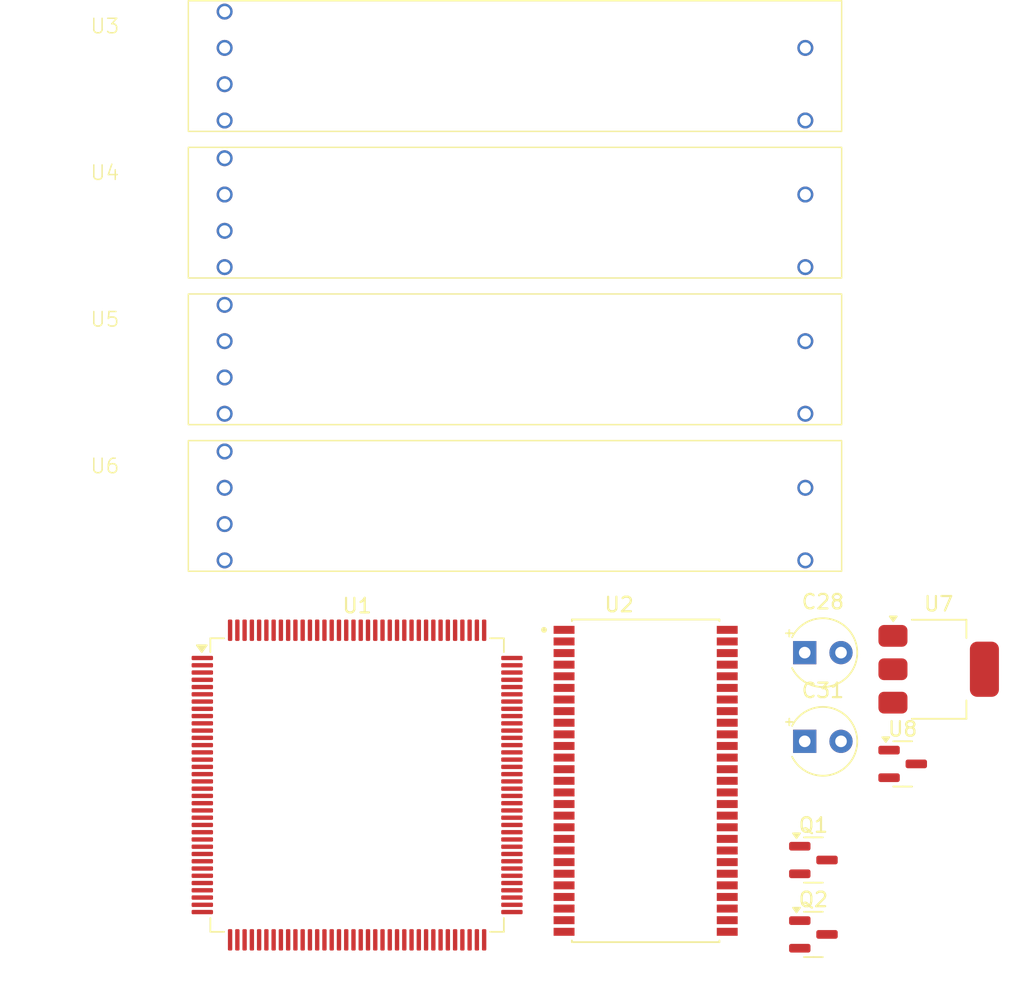
<source format=kicad_pcb>
(kicad_pcb (version 20240108) (generator "pcbnew") (generator_version "8.0")
  (layers (0 "F.Cu" signal) (31 "B.Cu" signal) (34 "B.Paste" user) (35 "F.Paste" user) (36 "B.SilkS" user "B.Silkscreen") (37 "F.SilkS" user "F.Silkscreen") (38 "B.Mask" user) (39 "F.Mask" user) (44 "Edge.Cuts" user))
  (net 0 "")
  (net 1 "GND")
  (net 2 "+12V")
  (net 3 "+3.3V")
  (net 4 "Net-(Q1-B)")
  (net 5 "/GATE1_IN")
  (net 6 "/GATE2_IN")
  (net 7 "Net-(Q2-B)")
  (net 9 "/CV2_IN")
  (net 11 "/FMC_D15")
  (net 12 "/FMC_D13")
  (net 13 "/FMC_D4")
  (net 18 "Net-(C6-Pad2)")
  (net 19 "/I2S1_CK")
  (net 25 "/FADER1_IN")
  (net 26 "/FADER2_IN")
  (net 28 "/FMC_D8")
  (net 30 "/FADER4_IN")
  (net 31 "/I2S1_SDO")
  (net 32 "/I2C1_SCL")
  (net 34 "/FMC_NBL0")
  (net 35 "/FMC_D1")
  (net 36 "/FMC_A7")
  (net 37 "/FMC_SDNE0")
  (net 38 "Net-(U1-PH0)")
  (net 39 "/NRST")
  (net 41 "/FMC_D12")
  (net 42 "/FMC_A4")
  (net 43 "/FMC_D14")
  (net 44 "/FMC_BA1")
  (net 45 "/I2S1_MCK")
  (net 46 "/FADER3_IN")
  (net 47 "/BUTTON1_IN")
  (net 48 "/FAD_LED2_OUT")
  (net 49 "/FMC_A3")
  (net 50 "/UART4_TX")
  (net 52 "/BUTTON2_IN")
  (net 53 "/FMC_SDNRAS")
  (net 54 "/FMC_SDCKE0")
  (net 56 "/FMC_A11")
  (net 60 "/FMC_BA0")
  (net 62 "/FMC_D11")
  (net 63 "/I2S1_SDI")
  (net 65 "/FMC_D6")
  (net 66 "Net-(U1-BOOT0)")
  (net 68 "+3.3VA")
  (net 70 "Net-(C4-Pad2)")
  (net 72 "/FAD_LED3_OUT")
  (net 74 "/FMC_A5")
  (net 75 "/FMC_A9")
  (net 76 "/FMC_A0")
  (net 77 "/CV1_IN")
  (net 78 "/FMC_NBL1")
  (net 79 "/SWDIO")
  (net 80 "/UART4_RX")
  (net 84 "/FMC_D9")
  (net 85 "/FMC_A1")
  (net 88 "/FAD_LED4_OUT")
  (net 92 "/FMC_D2")
  (net 93 "/V_OCT_IN")
  (net 94 "/FMC_SDCLK")
  (net 95 "/I2S1_WS")
  (net 97 "/FMC_SDNCAS")
  (net 100 "/FMC_D0")
  (net 102 "/FMC_SDNWE")
  (net 105 "/FAD_LED1_OUT")
  (net 106 "/FMC_A10")
  (net 109 "/SWCLK")
  (net 112 "/FMC_D10")
  (net 115 "/I2C1_SDA")
  (net 117 "Net-(U1-PH1)")
  (net 118 "/FMC_A6")
  (net 120 "/FMC_A2")
  (net 121 "/FMC_D7")
  (net 122 "/FMC_D3")
  (net 123 "/FMC_D5")
  (net 124 "/FMC_A8")
  (net 129 "Net-(U3B-A)")
  (net 130 "+3V3")
  (net 132 "Net-(U4B-A)")
  (net 134 "Net-(U5B-A)")
  (net 136 "Net-(U6B-A)")
  (net 138 "AREF-10")
  (footprint "Eurorack:SOP80P1176X120-54N" (layer "F.Cu") (at 154.0075 114.42)
    (property "Reference" "U2" (at -1.825 -12.135 0) (layer "F.SilkS"))
    (property "Value" "IS45S16800F-7TLA2")
    (fp_line (start -5.08 -11.11) (end 5.08 -11.11) (stroke (width 0.127)) (layer "F.SilkS"))
    (fp_line (start -5.08 -11) (end -5.08 -11.11) (stroke (width 0.127)) (layer "F.SilkS"))
    (fp_line (start -5.08 11) (end -5.08 11.11) (stroke (width 0.127)) (layer "F.SilkS"))
    (fp_line (start 5.08 -11) (end 5.08 -11.11) (stroke (width 0.127)) (layer "F.SilkS"))
    (fp_line (start 5.08 11) (end 5.08 11.11) (stroke (width 0.127)) (layer "F.SilkS"))
    (fp_line (start 5.08 11.11) (end -5.08 11.11) (stroke (width 0.127)) (layer "F.SilkS"))
    (fp_circle (center -7 -10.4) (end -6.9 -10.4) (stroke (width 0.2)) (fill none) (layer "F.SilkS"))
    (pad "1" smd rect (at -5.62 -10.4) (size 1.44 0.55) (layers "F.Cu" "F.Paste" "F.Mask") (net 3 "+3.3V"))
    (pad "2" smd rect (at -5.62 -9.6) (size 1.44 0.55) (layers "F.Cu" "F.Paste" "F.Mask") (net 100 "/FMC_D0"))
    (pad "3" smd rect (at -5.62 -8.8) (size 1.44 0.55) (layers "F.Cu" "F.Paste" "F.Mask") (net 3 "+3.3V"))
    (pad "4" smd rect (at -5.62 -8) (size 1.44 0.55) (layers "F.Cu" "F.Paste" "F.Mask") (net 35 "/FMC_D1"))
    (pad "5" smd rect (at -5.62 -7.2) (size 1.44 0.55) (layers "F.Cu" "F.Paste" "F.Mask") (net 92 "/FMC_D2"))
    (pad "6" smd rect (at -5.62 -6.4) (size 1.44 0.55) (layers "F.Cu" "F.Paste" "F.Mask") (net 1 "GND"))
    (pad "7" smd rect (at -5.62 -5.6) (size 1.44 0.55) (layers "F.Cu" "F.Paste" "F.Mask") (net 122 "/FMC_D3"))
    (pad "8" smd rect (at -5.62 -4.8) (size 1.44 0.55) (layers "F.Cu" "F.Paste" "F.Mask") (net 13 "/FMC_D4"))
    (pad "9" smd rect (at -5.62 -4) (size 1.44 0.55) (layers "F.Cu" "F.Paste" "F.Mask") (net 3 "+3.3V"))
    (pad "10" smd rect (at -5.62 -3.2) (size 1.44 0.55) (layers "F.Cu" "F.Paste" "F.Mask") (net 123 "/FMC_D5"))
    (pad "11" smd rect (at -5.62 -2.4) (size 1.44 0.55) (layers "F.Cu" "F.Paste" "F.Mask") (net 65 "/FMC_D6"))
    (pad "12" smd rect (at -5.62 -1.6) (size 1.44 0.55) (layers "F.Cu" "F.Paste" "F.Mask") (net 1 "GND"))
    (pad "13" smd rect (at -5.62 -0.8) (size 1.44 0.55) (layers "F.Cu" "F.Paste" "F.Mask") (net 121 "/FMC_D7"))
    (pad "14" smd rect (at -5.62 0) (size 1.44 0.55) (layers "F.Cu" "F.Paste" "F.Mask") (net 3 "+3.3V"))
    (pad "15" smd rect (at -5.62 0.8) (size 1.44 0.55) (layers "F.Cu" "F.Paste" "F.Mask") (net 34 "/FMC_NBL0"))
    (pad "16" smd rect (at -5.62 1.6) (size 1.44 0.55) (layers "F.Cu" "F.Paste" "F.Mask") (net 102 "/FMC_SDNWE"))
    (pad "17" smd rect (at -5.62 2.4) (size 1.44 0.55) (layers "F.Cu" "F.Paste" "F.Mask") (net 97 "/FMC_SDNCAS"))
    (pad "18" smd rect (at -5.62 3.2) (size 1.44 0.55) (layers "F.Cu" "F.Paste" "F.Mask") (net 53 "/FMC_SDNRAS"))
    (pad "19" smd rect (at -5.62 4) (size 1.44 0.55) (layers "F.Cu" "F.Paste" "F.Mask") (net 37 "/FMC_SDNE0"))
    (pad "20" smd rect (at -5.62 4.8) (size 1.44 0.55) (layers "F.Cu" "F.Paste" "F.Mask") (net 60 "/FMC_BA0"))
    (pad "21" smd rect (at -5.62 5.6) (size 1.44 0.55) (layers "F.Cu" "F.Paste" "F.Mask") (net 44 "/FMC_BA1"))
    (pad "22" smd rect (at -5.62 6.4) (size 1.44 0.55) (layers "F.Cu" "F.Paste" "F.Mask") (net 106 "/FMC_A10"))
    (pad "23" smd rect (at -5.62 7.2) (size 1.44 0.55) (layers "F.Cu" "F.Paste" "F.Mask") (net 76 "/FMC_A0"))
    (pad "24" smd rect (at -5.62 8) (size 1.44 0.55) (layers "F.Cu" "F.Paste" "F.Mask") (net 85 "/FMC_A1"))
    (pad "25" smd rect (at -5.62 8.8) (size 1.44 0.55) (layers "F.Cu" "F.Paste" "F.Mask") (net 120 "/FMC_A2"))
    (pad "26" smd rect (at -5.62 9.6) (size 1.44 0.55) (layers "F.Cu" "F.Paste" "F.Mask") (net 49 "/FMC_A3"))
    (pad "27" smd rect (at -5.62 10.4) (size 1.44 0.55) (layers "F.Cu" "F.Paste" "F.Mask") (net 3 "+3.3V"))
    (pad "28" smd rect (at 5.62 10.4) (size 1.44 0.55) (layers "F.Cu" "F.Paste" "F.Mask") (net 1 "GND"))
    (pad "29" smd rect (at 5.62 9.6) (size 1.44 0.55) (layers "F.Cu" "F.Paste" "F.Mask") (net 42 "/FMC_A4"))
    (pad "30" smd rect (at 5.62 8.8) (size 1.44 0.55) (layers "F.Cu" "F.Paste" "F.Mask") (net 74 "/FMC_A5"))
    (pad "31" smd rect (at 5.62 8) (size 1.44 0.55) (layers "F.Cu" "F.Paste" "F.Mask") (net 118 "/FMC_A6"))
    (pad "32" smd rect (at 5.62 7.2) (size 1.44 0.55) (layers "F.Cu" "F.Paste" "F.Mask") (net 36 "/FMC_A7"))
    (pad "33" smd rect (at 5.62 6.4) (size 1.44 0.55) (layers "F.Cu" "F.Paste" "F.Mask") (net 124 "/FMC_A8"))
    (pad "34" smd rect (at 5.62 5.6) (size 1.44 0.55) (layers "F.Cu" "F.Paste" "F.Mask") (net 75 "/FMC_A9"))
    (pad "35" smd rect (at 5.62 4.8) (size 1.44 0.55) (layers "F.Cu" "F.Paste" "F.Mask") (net 56 "/FMC_A11"))
    (pad "36" smd rect (at 5.62 4) (size 1.44 0.55) (layers "F.Cu" "F.Paste" "F.Mask"))
    (pad "37" smd rect (at 5.62 3.2) (size 1.44 0.55) (layers "F.Cu" "F.Paste" "F.Mask") (net 54 "/FMC_SDCKE0"))
    (pad "38" smd rect (at 5.62 2.4) (size 1.44 0.55) (layers "F.Cu" "F.Paste" "F.Mask") (net 94 "/FMC_SDCLK"))
    (pad "39" smd rect (at 5.62 1.6) (size 1.44 0.55) (layers "F.Cu" "F.Paste" "F.Mask") (net 78 "/FMC_NBL1"))
    (pad "40" smd rect (at 5.62 0.8) (size 1.44 0.55) (layers "F.Cu" "F.Paste" "F.Mask"))
    (pad "41" smd rect (at 5.62 0) (size 1.44 0.55) (layers "F.Cu" "F.Paste" "F.Mask") (net 1 "GND"))
    (pad "42" smd rect (at 5.62 -0.8) (size 1.44 0.55) (layers "F.Cu" "F.Paste" "F.Mask") (net 28 "/FMC_D8"))
    (pad "43" smd rect (at 5.62 -1.6) (size 1.44 0.55) (layers "F.Cu" "F.Paste" "F.Mask") (net 1 "GND"))
    (pad "44" smd rect (at 5.62 -2.4) (size 1.44 0.55) (layers "F.Cu" "F.Paste" "F.Mask") (net 84 "/FMC_D9"))
    (pad "45" smd rect (at 5.62 -3.2) (size 1.44 0.55) (layers "F.Cu" "F.Paste" "F.Mask") (net 112 "/FMC_D10"))
    (pad "46" smd rect (at 5.62 -4) (size 1.44 0.55) (layers "F.Cu" "F.Paste" "F.Mask") (net 1 "GND"))
    (pad "47" smd rect (at 5.62 -4.8) (size 1.44 0.55) (layers "F.Cu" "F.Paste" "F.Mask") (net 62 "/FMC_D11"))
    (pad "48" smd rect (at 5.62 -5.6) (size 1.44 0.55) (layers "F.Cu" "F.Paste" "F.Mask") (net 41 "/FMC_D12"))
    (pad "49" smd rect (at 5.62 -6.4) (size 1.44 0.55) (layers "F.Cu" "F.Paste" "F.Mask") (net 3 "+3.3V"))
    (pad "50" smd rect (at 5.62 -7.2) (size 1.44 0.55) (layers "F.Cu" "F.Paste" "F.Mask") (net 12 "/FMC_D13"))
    (pad "51" smd rect (at 5.62 -8) (size 1.44 0.55) (layers "F.Cu" "F.Paste" "F.Mask") (net 43 "/FMC_D14"))
    (pad "52" smd rect (at 5.62 -8.8) (size 1.44 0.55) (layers "F.Cu" "F.Paste" "F.Mask") (net 1 "GND"))
    (pad "53" smd rect (at 5.62 -9.6) (size 1.44 0.55) (layers "F.Cu" "F.Paste" "F.Mask") (net 11 "/FMC_D15"))
    (pad "54" smd rect (at 5.62 -10.4) (size 1.44 0.55) (layers "F.Cu" "F.Paste" "F.Mask") (net 1 "GND"))
  )
  (footprint "Capacitor_THT:CP_Radial_Tantal_D4.5mm_P2.50mm" (layer "F.Cu") (at 164.964788 111.7)
    (property "Reference" "C31" (at 1.25 -3.5 0) (layer "F.SilkS"))
    (property "Value" "10u")
    (fp_line (start -1.287288 -1.335) (end -0.837288 -1.335) (stroke (width 0.12)) (layer "F.SilkS"))
    (fp_line (start -1.062288 -1.56) (end -1.062288 -1.11) (stroke (width 0.12)) (layer "F.SilkS"))
    (fp_arc (start -0.869741 -1.06) (mid 3.62 0) (end -0.869741 1.06) (stroke (width 0.12)) (layer "F.SilkS"))
    (pad "1" thru_hole rect (at 0 0) (size 1.6 1.6) (drill 0.8) (layers "*.Cu" "*.Mask") (net 3 "+3.3V"))
    (pad "2" thru_hole circle (at 2.5 0) (size 1.6 1.6) (drill 0.8) (layers "*.Cu" "*.Mask") (net 1 "GND"))
  )
  (footprint "Bourns Fader:PTL30-15R1-103B2" (layer "F.Cu") (at 125.0075 75.285)
    (property "Reference" "U4" (at -8.25 -2.75 0) (layer "F.SilkS") (effects (font (thickness 0.1))))
    (property "Value" "10k")
    (fp_rect (start -2.5 -4.5) (end 42.5 4.5) (stroke (width 0.1)) (fill none) (layer "F.SilkS"))
    (pad "1" thru_hole circle (at 0 -1.25) (size 1.1 1.1) (drill 0.762) (layers "*.Cu" "*.Mask") (net 130 "+3V3"))
    (pad "2" thru_hole circle (at 0 -3.75) (size 1.1 1.1) (drill 0.762) (layers "*.Cu" "*.Mask") (net 26 "/FADER2_IN"))
    (pad "3" thru_hole circle (at 40 -1.25) (size 1.1 1.1) (drill 0.762) (layers "*.Cu" "*.Mask") (net 1 "GND"))
    (pad "4" thru_hole circle (at 0 1.25) (size 1.1 1.1) (drill 0.762) (layers "*.Cu" "*.Mask") (net 132 "Net-(U4B-A)"))
    (pad "5" thru_hole circle (at 0 3.75) (size 1.1 1.1) (drill 0.762) (layers "*.Cu" "*.Mask") (net 1 "GND"))
    (pad "6" thru_hole circle (at 40 3.75) (size 1.1 1.1) (drill 0.762) (layers "*.Cu" "*.Mask"))
  )
  (footprint "Package_TO_SOT_SMD:SOT-223-3_TabPin2" (layer "F.Cu") (at 174.1925 106.735)
    (property "Reference" "U7" (at 0 -4.5 0) (layer "F.SilkS"))
    (property "Value" "LM1117MP-3.3")
    (fp_line (start -1.85 -3.41) (end 1.91 -3.41) (stroke (width 0.12)) (layer "F.SilkS"))
    (fp_line (start -1.85 3.41) (end 1.91 3.41) (stroke (width 0.12)) (layer "F.SilkS"))
    (fp_line (start 1.91 -3.41) (end 1.91 -2.15) (stroke (width 0.12)) (layer "F.SilkS"))
    (fp_line (start 1.91 3.41) (end 1.91 2.15) (stroke (width 0.12)) (layer "F.SilkS"))
    (fp_poly (pts (xy -3.13 -3.31) (xy -3.37 -3.64) (xy -2.89 -3.64) (xy -3.13 -3.31)) (stroke (width 0.12)) (fill solid) (layer "F.SilkS"))
    (pad "1" smd roundrect (at -3.15 -2.3) (size 2 1.5) (layers "F.Cu" "F.Paste" "F.Mask") (net 1 "GND"))
    (pad "2" smd roundrect (at -3.15 0) (size 2 1.5) (layers "F.Cu" "F.Paste" "F.Mask") (net 3 "+3.3V"))
    (pad "2" smd roundrect (at 3.15 0) (size 2 3.8) (layers "F.Cu" "F.Paste" "F.Mask") (net 3 "+3.3V"))
    (pad "3" smd roundrect (at -3.15 2.3) (size 2 1.5) (layers "F.Cu" "F.Paste" "F.Mask") (net 2 "+12V"))
  )
  (footprint "Bourns Fader:PTL30-15R1-103B2" (layer "F.Cu") (at 125.0075 95.485)
    (property "Reference" "U6" (at -8.25 -2.75 0) (layer "F.SilkS") (effects (font (thickness 0.1))))
    (property "Value" "10k")
    (fp_rect (start -2.5 -4.5) (end 42.5 4.5) (stroke (width 0.1)) (fill none) (layer "F.SilkS"))
    (pad "1" thru_hole circle (at 0 -1.25) (size 1.1 1.1) (drill 0.762) (layers "*.Cu" "*.Mask") (net 130 "+3V3"))
    (pad "2" thru_hole circle (at 0 -3.75) (size 1.1 1.1) (drill 0.762) (layers "*.Cu" "*.Mask") (net 30 "/FADER4_IN"))
    (pad "3" thru_hole circle (at 40 -1.25) (size 1.1 1.1) (drill 0.762) (layers "*.Cu" "*.Mask") (net 1 "GND"))
    (pad "4" thru_hole circle (at 0 1.25) (size 1.1 1.1) (drill 0.762) (layers "*.Cu" "*.Mask") (net 136 "Net-(U6B-A)"))
    (pad "5" thru_hole circle (at 0 3.75) (size 1.1 1.1) (drill 0.762) (layers "*.Cu" "*.Mask") (net 1 "GND"))
    (pad "6" thru_hole circle (at 40 3.75) (size 1.1 1.1) (drill 0.762) (layers "*.Cu" "*.Mask"))
  )
  (footprint "Bourns Fader:PTL30-15R1-103B2" (layer "F.Cu") (at 125.0075 85.385)
    (property "Reference" "U5" (at -8.25 -2.75 0) (layer "F.SilkS") (effects (font (thickness 0.1))))
    (property "Value" "10k")
    (fp_rect (start -2.5 -4.5) (end 42.5 4.5) (stroke (width 0.1)) (fill none) (layer "F.SilkS"))
    (pad "1" thru_hole circle (at 0 -1.25) (size 1.1 1.1) (drill 0.762) (layers "*.Cu" "*.Mask") (net 130 "+3V3"))
    (pad "2" thru_hole circle (at 0 -3.75) (size 1.1 1.1) (drill 0.762) (layers "*.Cu" "*.Mask") (net 46 "/FADER3_IN"))
    (pad "3" thru_hole circle (at 40 -1.25) (size 1.1 1.1) (drill 0.762) (layers "*.Cu" "*.Mask") (net 1 "GND"))
    (pad "4" thru_hole circle (at 0 1.25) (size 1.1 1.1) (drill 0.762) (layers "*.Cu" "*.Mask") (net 134 "Net-(U5B-A)"))
    (pad "5" thru_hole circle (at 0 3.75) (size 1.1 1.1) (drill 0.762) (layers "*.Cu" "*.Mask") (net 1 "GND"))
    (pad "6" thru_hole circle (at 40 3.75) (size 1.1 1.1) (drill 0.762) (layers "*.Cu" "*.Mask"))
  )
  (footprint "Package_TO_SOT_SMD:SOT-23" (layer "F.Cu") (at 165.5625 125)
    (property "Reference" "Q2" (at 0 -2.4 0) (layer "F.SilkS"))
    (property "Value" "MMBT3904")
    (fp_line (start 0 -1.56) (end -0.65 -1.56) (stroke (width 0.12)) (layer "F.SilkS"))
    (fp_line (start 0 -1.56) (end 0.65 -1.56) (stroke (width 0.12)) (layer "F.SilkS"))
    (fp_line (start 0 1.56) (end -0.65 1.56) (stroke (width 0.12)) (layer "F.SilkS"))
    (fp_line (start 0 1.56) (end 0.65 1.56) (stroke (width 0.12)) (layer "F.SilkS"))
    (fp_poly (pts (xy -1.1625 -1.51) (xy -1.4025 -1.84) (xy -0.9225 -1.84) (xy -1.1625 -1.51)) (stroke (width 0.12)) (fill solid) (layer "F.SilkS"))
    (pad "1" smd roundrect (at -0.9375 -0.95) (size 1.475 0.6) (layers "F.Cu" "F.Paste" "F.Mask") (net 7 "Net-(Q2-B)"))
    (pad "2" smd roundrect (at -0.9375 0.95) (size 1.475 0.6) (layers "F.Cu" "F.Paste" "F.Mask") (net 1 "GND"))
    (pad "3" smd roundrect (at 0.9375 0) (size 1.475 0.6) (layers "F.Cu" "F.Paste" "F.Mask") (net 6 "/GATE2_IN"))
  )
  (footprint "Capacitor_THT:CP_Radial_Tantal_D4.5mm_P2.50mm" (layer "F.Cu") (at 164.964788 105.59)
    (property "Reference" "C28" (at 1.25 -3.5 0) (layer "F.SilkS"))
    (property "Value" "10u")
    (fp_line (start -1.287288 -1.335) (end -0.837288 -1.335) (stroke (width 0.12)) (layer "F.SilkS"))
    (fp_line (start -1.062288 -1.56) (end -1.062288 -1.11) (stroke (width 0.12)) (layer "F.SilkS"))
    (fp_arc (start -0.869741 -1.06) (mid 3.62 0) (end -0.869741 1.06) (stroke (width 0.12)) (layer "F.SilkS"))
    (pad "1" thru_hole rect (at 0 0) (size 1.6 1.6) (drill 0.8) (layers "*.Cu" "*.Mask") (net 2 "+12V"))
    (pad "2" thru_hole circle (at 2.5 0) (size 1.6 1.6) (drill 0.8) (layers "*.Cu" "*.Mask") (net 1 "GND"))
  )
  (footprint "Package_QFP:LQFP-144_20x20mm_P0.5mm" (layer "F.Cu") (at 134.1325 114.71)
    (property "Reference" "U1" (at 0 -12.35 0) (layer "F.SilkS"))
    (property "Value" "STM32H7B0ZBTx")
    (fp_line (start -10.11 -10.11) (end -10.11 -9.16) (stroke (width 0.12)) (layer "F.SilkS"))
    (fp_line (start -10.11 10.11) (end -10.11 9.16) (stroke (width 0.12)) (layer "F.SilkS"))
    (fp_line (start -9.16 -10.11) (end -10.11 -10.11) (stroke (width 0.12)) (layer "F.SilkS"))
    (fp_line (start -9.16 10.11) (end -10.11 10.11) (stroke (width 0.12)) (layer "F.SilkS"))
    (fp_line (start 9.16 -10.11) (end 10.11 -10.11) (stroke (width 0.12)) (layer "F.SilkS"))
    (fp_line (start 9.16 10.11) (end 10.11 10.11) (stroke (width 0.12)) (layer "F.SilkS"))
    (fp_line (start 10.11 -10.11) (end 10.11 -9.16) (stroke (width 0.12)) (layer "F.SilkS"))
    (fp_line (start 10.11 10.11) (end 10.11 9.16) (stroke (width 0.12)) (layer "F.SilkS"))
    (fp_poly (pts (xy -10.7 -9.16) (xy -11.04 -9.63) (xy -10.36 -9.63) (xy -10.7 -9.16)) (stroke (width 0.12)) (fill solid) (layer "F.SilkS"))
    (pad "1" smd roundrect (at -10.6625 -8.75) (size 1.475 0.3) (layers "F.Cu" "F.Paste" "F.Mask"))
    (pad "2" smd roundrect (at -10.6625 -8.25) (size 1.475 0.3) (layers "F.Cu" "F.Paste" "F.Mask"))
    (pad "3" smd roundrect (at -10.6625 -7.75) (size 1.475 0.3) (layers "F.Cu" "F.Paste" "F.Mask"))
    (pad "4" smd roundrect (at -10.6625 -7.25) (size 1.475 0.3) (layers "F.Cu" "F.Paste" "F.Mask"))
    (pad "5" smd roundrect (at -10.6625 -6.75) (size 1.475 0.3) (layers "F.Cu" "F.Paste" "F.Mask"))
    (pad "6" smd roundrect (at -10.6625 -6.25) (size 1.475 0.3) (layers "F.Cu" "F.Paste" "F.Mask") (net 3 "+3.3V"))
    (pad "7" smd roundrect (at -10.6625 -5.75) (size 1.475 0.3) (layers "F.Cu" "F.Paste" "F.Mask"))
    (pad "8" smd roundrect (at -10.6625 -5.25) (size 1.475 0.3) (layers "F.Cu" "F.Paste" "F.Mask"))
    (pad "9" smd roundrect (at -10.6625 -4.75) (size 1.475 0.3) (layers "F.Cu" "F.Paste" "F.Mask"))
    (pad "10" smd roundrect (at -10.6625 -4.25) (size 1.475 0.3) (layers "F.Cu" "F.Paste" "F.Mask") (net 76 "/FMC_A0"))
    (pad "11" smd roundrect (at -10.6625 -3.75) (size 1.475 0.3) (layers "F.Cu" "F.Paste" "F.Mask") (net 85 "/FMC_A1"))
    (pad "12" smd roundrect (at -10.6625 -3.25) (size 1.475 0.3) (layers "F.Cu" "F.Paste" "F.Mask") (net 120 "/FMC_A2"))
    (pad "13" smd roundrect (at -10.6625 -2.75) (size 1.475 0.3) (layers "F.Cu" "F.Paste" "F.Mask") (net 49 "/FMC_A3"))
    (pad "14" smd roundrect (at -10.6625 -2.25) (size 1.475 0.3) (layers "F.Cu" "F.Paste" "F.Mask") (net 42 "/FMC_A4"))
    (pad "15" smd roundrect (at -10.6625 -1.75) (size 1.475 0.3) (layers "F.Cu" "F.Paste" "F.Mask") (net 74 "/FMC_A5"))
    (pad "16" smd roundrect (at -10.6625 -1.25) (size 1.475 0.3) (layers "F.Cu" "F.Paste" "F.Mask") (net 1 "GND"))
    (pad "17" smd roundrect (at -10.6625 -0.75) (size 1.475 0.3) (layers "F.Cu" "F.Paste" "F.Mask") (net 3 "+3.3V"))
    (pad "18" smd roundrect (at -10.6625 -0.25) (size 1.475 0.3) (layers "F.Cu" "F.Paste" "F.Mask") (net 5 "/GATE1_IN"))
    (pad "19" smd roundrect (at -10.6625 0.25) (size 1.475 0.3) (layers "F.Cu" "F.Paste" "F.Mask") (net 6 "/GATE2_IN"))
    (pad "20" smd roundrect (at -10.6625 0.75) (size 1.475 0.3) (layers "F.Cu" "F.Paste" "F.Mask") (net 47 "/BUTTON1_IN"))
    (pad "21" smd roundrect (at -10.6625 1.25) (size 1.475 0.3) (layers "F.Cu" "F.Paste" "F.Mask") (net 52 "/BUTTON2_IN"))
    (pad "22" smd roundrect (at -10.6625 1.75) (size 1.475 0.3) (layers "F.Cu" "F.Paste" "F.Mask"))
    (pad "23" smd roundrect (at -10.6625 2.25) (size 1.475 0.3) (layers "F.Cu" "F.Paste" "F.Mask") (net 38 "Net-(U1-PH0)"))
    (pad "24" smd roundrect (at -10.6625 2.75) (size 1.475 0.3) (layers "F.Cu" "F.Paste" "F.Mask") (net 117 "Net-(U1-PH1)"))
    (pad "25" smd roundrect (at -10.6625 3.25) (size 1.475 0.3) (layers "F.Cu" "F.Paste" "F.Mask") (net 39 "/NRST"))
    (pad "26" smd roundrect (at -10.6625 3.75) (size 1.475 0.3) (layers "F.Cu" "F.Paste" "F.Mask") (net 102 "/FMC_SDNWE"))
    (pad "27" smd roundrect (at -10.6625 4.25) (size 1.475 0.3) (layers "F.Cu" "F.Paste" "F.Mask") (net 77 "/CV1_IN"))
    (pad "28" smd roundrect (at -10.6625 4.75) (size 1.475 0.3) (layers "F.Cu" "F.Paste" "F.Mask") (net 37 "/FMC_SDNE0"))
    (pad "29" smd roundrect (at -10.6625 5.25) (size 1.475 0.3) (layers "F.Cu" "F.Paste" "F.Mask") (net 54 "/FMC_SDCKE0"))
    (pad "30" smd roundrect (at -10.6625 5.75) (size 1.475 0.3) (layers "F.Cu" "F.Paste" "F.Mask") (net 3 "+3.3V"))
    (pad "31" smd roundrect (at -10.6625 6.25) (size 1.475 0.3) (layers "F.Cu" "F.Paste" "F.Mask") (net 1 "GND"))
    (pad "32" smd roundrect (at -10.6625 6.75) (size 1.475 0.3) (layers "F.Cu" "F.Paste" "F.Mask") (net 68 "+3.3VA"))
    (pad "33" smd roundrect (at -10.6625 7.25) (size 1.475 0.3) (layers "F.Cu" "F.Paste" "F.Mask") (net 68 "+3.3VA"))
    (pad "34" smd roundrect (at -10.6625 7.75) (size 1.475 0.3) (layers "F.Cu" "F.Paste" "F.Mask") (net 50 "/UART4_TX"))
    (pad "35" smd roundrect (at -10.6625 8.25) (size 1.475 0.3) (layers "F.Cu" "F.Paste" "F.Mask") (net 80 "/UART4_RX"))
    (pad "36" smd roundrect (at -10.6625 8.75) (size 1.475 0.3) (layers "F.Cu" "F.Paste" "F.Mask") (net 9 "/CV2_IN"))
    (pad "37" smd roundrect (at -8.75 10.6625) (size 0.3 1.475) (layers "F.Cu" "F.Paste" "F.Mask"))
    (pad "38" smd roundrect (at -8.25 10.6625) (size 0.3 1.475) (layers "F.Cu" "F.Paste" "F.Mask") (net 1 "GND"))
    (pad "39" smd roundrect (at -7.75 10.6625) (size 0.3 1.475) (layers "F.Cu" "F.Paste" "F.Mask") (net 3 "+3.3V"))
    (pad "40" smd roundrect (at -7.25 10.6625) (size 0.3 1.475) (layers "F.Cu" "F.Paste" "F.Mask") (net 95 "/I2S1_WS"))
    (pad "41" smd roundrect (at -6.75 10.6625) (size 0.3 1.475) (layers "F.Cu" "F.Paste" "F.Mask") (net 19 "/I2S1_CK"))
    (pad "42" smd roundrect (at -6.25 10.6625) (size 0.3 1.475) (layers "F.Cu" "F.Paste" "F.Mask") (net 25 "/FADER1_IN"))
    (pad "43" smd roundrect (at -5.75 10.6625) (size 0.3 1.475) (layers "F.Cu" "F.Paste" "F.Mask") (net 46 "/FADER3_IN"))
    (pad "44" smd roundrect (at -5.25 10.6625) (size 0.3 1.475) (layers "F.Cu" "F.Paste" "F.Mask") (net 45 "/I2S1_MCK"))
    (pad "45" smd roundrect (at -4.75 10.6625) (size 0.3 1.475) (layers "F.Cu" "F.Paste" "F.Mask") (net 30 "/FADER4_IN"))
    (pad "46" smd roundrect (at -4.25 10.6625) (size 0.3 1.475) (layers "F.Cu" "F.Paste" "F.Mask") (net 93 "/V_OCT_IN"))
    (pad "47" smd roundrect (at -3.75 10.6625) (size 0.3 1.475) (layers "F.Cu" "F.Paste" "F.Mask") (net 26 "/FADER2_IN"))
    (pad "48" smd roundrect (at -3.25 10.6625) (size 0.3 1.475) (layers "F.Cu" "F.Paste" "F.Mask"))
    (pad "49" smd roundrect (at -2.75 10.6625) (size 0.3 1.475) (layers "F.Cu" "F.Paste" "F.Mask") (net 53 "/FMC_SDNRAS"))
    (pad "50" smd roundrect (at -2.25 10.6625) (size 0.3 1.475) (layers "F.Cu" "F.Paste" "F.Mask") (net 118 "/FMC_A6"))
    (pad "51" smd roundrect (at -1.75 10.6625) (size 0.3 1.475) (layers "F.Cu" "F.Paste" "F.Mask") (net 1 "GND"))
    (pad "52" smd roundrect (at -1.25 10.6625) (size 0.3 1.475) (layers "F.Cu" "F.Paste" "F.Mask") (net 3 "+3.3V"))
    (pad "53" smd roundrect (at -0.75 10.6625) (size 0.3 1.475) (layers "F.Cu" "F.Paste" "F.Mask") (net 36 "/FMC_A7"))
    (pad "54" smd roundrect (at -0.25 10.6625) (size 0.3 1.475) (layers "F.Cu" "F.Paste" "F.Mask") (net 124 "/FMC_A8"))
    (pad "55" smd roundrect (at 0.25 10.6625) (size 0.3 1.475) (layers "F.Cu" "F.Paste" "F.Mask") (net 75 "/FMC_A9"))
    (pad "56" smd roundrect (at 0.75 10.6625) (size 0.3 1.475) (layers "F.Cu" "F.Paste" "F.Mask") (net 106 "/FMC_A10"))
    (pad "57" smd roundrect (at 1.25 10.6625) (size 0.3 1.475) (layers "F.Cu" "F.Paste" "F.Mask") (net 56 "/FMC_A11"))
    (pad "58" smd roundrect (at 1.75 10.6625) (size 0.3 1.475) (layers "F.Cu" "F.Paste" "F.Mask") (net 13 "/FMC_D4"))
    (pad "59" smd roundrect (at 2.25 10.6625) (size 0.3 1.475) (layers "F.Cu" "F.Paste" "F.Mask") (net 123 "/FMC_D5"))
    (pad "60" smd roundrect (at 2.75 10.6625) (size 0.3 1.475) (layers "F.Cu" "F.Paste" "F.Mask") (net 65 "/FMC_D6"))
    (pad "61" smd roundrect (at 3.25 10.6625) (size 0.3 1.475) (layers "F.Cu" "F.Paste" "F.Mask") (net 1 "GND"))
    (pad "62" smd roundrect (at 3.75 10.6625) (size 0.3 1.475) (layers "F.Cu" "F.Paste" "F.Mask") (net 3 "+3.3V"))
    (pad "63" smd roundrect (at 4.25 10.6625) (size 0.3 1.475) (layers "F.Cu" "F.Paste" "F.Mask") (net 121 "/FMC_D7"))
    (pad "64" smd roundrect (at 4.75 10.6625) (size 0.3 1.475) (layers "F.Cu" "F.Paste" "F.Mask") (net 28 "/FMC_D8"))
    (pad "65" smd roundrect (at 5.25 10.6625) (size 0.3 1.475) (layers "F.Cu" "F.Paste" "F.Mask") (net 84 "/FMC_D9"))
    (pad "66" smd roundrect (at 5.75 10.6625) (size 0.3 1.475) (layers "F.Cu" "F.Paste" "F.Mask") (net 112 "/FMC_D10"))
    (pad "67" smd roundrect (at 6.25 10.6625) (size 0.3 1.475) (layers "F.Cu" "F.Paste" "F.Mask") (net 62 "/FMC_D11"))
    (pad "68" smd roundrect (at 6.75 10.6625) (size 0.3 1.475) (layers "F.Cu" "F.Paste" "F.Mask") (net 41 "/FMC_D12"))
    (pad "69" smd roundrect (at 7.25 10.6625) (size 0.3 1.475) (layers "F.Cu" "F.Paste" "F.Mask"))
    (pad "70" smd roundrect (at 7.75 10.6625) (size 0.3 1.475) (layers "F.Cu" "F.Paste" "F.Mask"))
    (pad "71" smd roundrect (at 8.25 10.6625) (size 0.3 1.475) (layers "F.Cu" "F.Paste" "F.Mask") (net 70 "Net-(C4-Pad2)"))
    (pad "72" smd roundrect (at 8.75 10.6625) (size 0.3 1.475) (layers "F.Cu" "F.Paste" "F.Mask") (net 3 "+3.3V"))
    (pad "73" smd roundrect (at 10.6625 8.75) (size 1.475 0.3) (layers "F.Cu" "F.Paste" "F.Mask"))
    (pad "74" smd roundrect (at 10.6625 8.25) (size 1.475 0.3) (layers "F.Cu" "F.Paste" "F.Mask"))
    (pad "75" smd roundrect (at 10.6625 7.75) (size 1.475 0.3) (layers "F.Cu" "F.Paste" "F.Mask"))
    (pad "76" smd roundrect (at 10.6625 7.25) (size 1.475 0.3) (layers "F.Cu" "F.Paste" "F.Mask"))
    (pad "77" smd roundrect (at 10.6625 6.75) (size 1.475 0.3) (layers "F.Cu" "F.Paste" "F.Mask") (net 12 "/FMC_D13"))
    (pad "78" smd roundrect (at 10.6625 6.25) (size 1.475 0.3) (layers "F.Cu" "F.Paste" "F.Mask") (net 43 "/FMC_D14"))
    (pad "79" smd roundrect (at 10.6625 5.75) (size 1.475 0.3) (layers "F.Cu" "F.Paste" "F.Mask") (net 11 "/FMC_D15"))
    (pad "80" smd roundrect (at 10.6625 5.25) (size 1.475 0.3) (layers "F.Cu" "F.Paste" "F.Mask"))
    (pad "81" smd roundrect (at 10.6625 4.75) (size 1.475 0.3) (layers "F.Cu" "F.Paste" "F.Mask"))
    (pad "82" smd roundrect (at 10.6625 4.25) (size 1.475 0.3) (layers "F.Cu" "F.Paste" "F.Mask"))
    (pad "83" smd roundrect (at 10.6625 3.75) (size 1.475 0.3) (layers "F.Cu" "F.Paste" "F.Mask") (net 1 "GND"))
    (pad "84" smd roundrect (at 10.6625 3.25) (size 1.475 0.3) (layers "F.Cu" "F.Paste" "F.Mask") (net 3 "+3.3V"))
    (pad "85" smd roundrect (at 10.6625 2.75) (size 1.475 0.3) (layers "F.Cu" "F.Paste" "F.Mask") (net 100 "/FMC_D0"))
    (pad "86" smd roundrect (at 10.6625 2.25) (size 1.475 0.3) (layers "F.Cu" "F.Paste" "F.Mask") (net 35 "/FMC_D1"))
    (pad "87" smd roundrect (at 10.6625 1.75) (size 1.475 0.3) (layers "F.Cu" "F.Paste" "F.Mask"))
    (pad "88" smd roundrect (at 10.6625 1.25) (size 1.475 0.3) (layers "F.Cu" "F.Paste" "F.Mask"))
    (pad "89" smd roundrect (at 10.6625 0.75) (size 1.475 0.3) (layers "F.Cu" "F.Paste" "F.Mask") (net 60 "/FMC_BA0"))
    (pad "90" smd roundrect (at 10.6625 0.25) (size 1.475 0.3) (layers "F.Cu" "F.Paste" "F.Mask") (net 44 "/FMC_BA1"))
    (pad "91" smd roundrect (at 10.6625 -0.25) (size 1.475 0.3) (layers "F.Cu" "F.Paste" "F.Mask"))
    (pad "92" smd roundrect (at 10.6625 -0.75) (size 1.475 0.3) (layers "F.Cu" "F.Paste" "F.Mask"))
    (pad "93" smd roundrect (at 10.6625 -1.25) (size 1.475 0.3) (layers "F.Cu" "F.Paste" "F.Mask") (net 94 "/FMC_SDCLK"))
    (pad "94" smd roundrect (at 10.6625 -1.75) (size 1.475 0.3) (layers "F.Cu" "F.Paste" "F.Mask") (net 1 "GND"))
    (pad "95" smd roundrect (at 10.6625 -2.25) (size 1.475 0.3) (layers "F.Cu" "F.Paste" "F.Mask"))
    (pad "96" smd roundrect (at 10.6625 -2.75) (size 1.475 0.3) (layers "F.Cu" "F.Paste" "F.Mask") (net 105 "/FAD_LED1_OUT"))
    (pad "97" smd roundrect (at 10.6625 -3.25) (size 1.475 0.3) (layers "F.Cu" "F.Paste" "F.Mask") (net 48 "/FAD_LED2_OUT"))
    (pad "98" smd roundrect (at 10.6625 -3.75) (size 1.475 0.3) (layers "F.Cu" "F.Paste" "F.Mask") (net 72 "/FAD_LED3_OUT"))
    (pad "99" smd roundrect (at 10.6625 -4.25) (size 1.475 0.3) (layers "F.Cu" "F.Paste" "F.Mask") (net 88 "/FAD_LED4_OUT"))
    (pad "100" smd roundrect (at 10.6625 -4.75) (size 1.475 0.3) (layers "F.Cu" "F.Paste" "F.Mask"))
    (pad "101" smd roundrect (at 10.6625 -5.25) (size 1.475 0.3) (layers "F.Cu" "F.Paste" "F.Mask"))
    (pad "102" smd roundrect (at 10.6625 -5.75) (size 1.475 0.3) (layers "F.Cu" "F.Paste" "F.Mask"))
    (pad "103" smd roundrect (at 10.6625 -6.25) (size 1.475 0.3) (layers "F.Cu" "F.Paste" "F.Mask"))
    (pad "104" smd roundrect (at 10.6625 -6.75) (size 1.475 0.3) (layers "F.Cu" "F.Paste" "F.Mask"))
    (pad "105" smd roundrect (at 10.6625 -7.25) (size 1.475 0.3) (layers "F.Cu" "F.Paste" "F.Mask") (net 79 "/SWDIO"))
    (pad "106" smd roundrect (at 10.6625 -7.75) (size 1.475 0.3) (layers "F.Cu" "F.Paste" "F.Mask") (net 18 "Net-(C6-Pad2)"))
    (pad "107" smd roundrect (at 10.6625 -8.25) (size 1.475 0.3) (layers "F.Cu" "F.Paste" "F.Mask") (net 1 "GND"))
    (pad "108" smd roundrect (at 10.6625 -8.75) (size 1.475 0.3) (layers "F.Cu" "F.Paste" "F.Mask") (net 3 "+3.3V"))
    (pad "109" smd roundrect (at 8.75 -10.6625) (size 0.3 1.475) (layers "F.Cu" "F.Paste" "F.Mask") (net 109 "/SWCLK"))
    (pad "110" smd roundrect (at 8.25 -10.6625) (size 0.3 1.475) (layers "F.Cu" "F.Paste" "F.Mask"))
    (pad "111" smd roundrect (at 7.75 -10.6625) (size 0.3 1.475) (layers "F.Cu" "F.Paste" "F.Mask"))
    (pad "112" smd roundrect (at 7.25 -10.6625) (size 0.3 1.475) (layers "F.Cu" "F.Paste" "F.Mask"))
    (pad "113" smd roundrect (at 6.75 -10.6625) (size 0.3 1.475) (layers "F.Cu" "F.Paste" "F.Mask"))
    (pad "114" smd roundrect (at 6.25 -10.6625) (size 0.3 1.475) (layers "F.Cu" "F.Paste" "F.Mask") (net 92 "/FMC_D2"))
    (pad "115" smd roundrect (at 5.75 -10.6625) (size 0.3 1.475) (layers "F.Cu" "F.Paste" "F.Mask") (net 122 "/FMC_D3"))
    (pad "116" smd roundrect (at 5.25 -10.6625) (size 0.3 1.475) (layers "F.Cu" "F.Paste" "F.Mask"))
    (pad "117" smd roundrect (at 4.75 -10.6625) (size 0.3 1.475) (layers "F.Cu" "F.Paste" "F.Mask"))
    (pad "118" smd roundrect (at 4.25 -10.6625) (size 0.3 1.475) (layers "F.Cu" "F.Paste" "F.Mask"))
    (pad "119" smd roundrect (at 3.75 -10.6625) (size 0.3 1.475) (layers "F.Cu" "F.Paste" "F.Mask"))
    (pad "120" smd roundrect (at 3.25 -10.6625) (size 0.3 1.475) (layers "F.Cu" "F.Paste" "F.Mask") (net 1 "GND"))
    (pad "121" smd roundrect (at 2.75 -10.6625) (size 0.3 1.475) (layers "F.Cu" "F.Paste" "F.Mask") (net 3 "+3.3V"))
    (pad "122" smd roundrect (at 2.25 -10.6625) (size 0.3 1.475) (layers "F.Cu" "F.Paste" "F.Mask"))
    (pad "123" smd roundrect (at 1.75 -10.6625) (size 0.3 1.475) (layers "F.Cu" "F.Paste" "F.Mask") (net 31 "/I2S1_SDO"))
    (pad "124" smd roundrect (at 1.25 -10.6625) (size 0.3 1.475) (layers "F.Cu" "F.Paste" "F.Mask"))
    (pad "125" smd roundrect (at 0.75 -10.6625) (size 0.3 1.475) (layers "F.Cu" "F.Paste" "F.Mask"))
    (pad "126" smd roundrect (at 0.25 -10.6625) (size 0.3 1.475) (layers "F.Cu" "F.Paste" "F.Mask"))
    (pad "127" smd roundrect (at -0.25 -10.6625) (size 0.3 1.475) (layers "F.Cu" "F.Paste" "F.Mask"))
    (pad "128" smd roundrect (at -0.75 -10.6625) (size 0.3 1.475) (layers "F.Cu" "F.Paste" "F.Mask"))
    (pad "129" smd roundrect (at -1.25 -10.6625) (size 0.3 1.475) (layers "F.Cu" "F.Paste" "F.Mask"))
    (pad "130" smd roundrect (at -1.75 -10.6625) (size 0.3 1.475) (layers "F.Cu" "F.Paste" "F.Mask") (net 1 "GND"))
    (pad "131" smd roundrect (at -2.25 -10.6625) (size 0.3 1.475) (layers "F.Cu" "F.Paste" "F.Mask") (net 3 "+3.3V"))
    (pad "132" smd roundrect (at -2.75 -10.6625) (size 0.3 1.475) (layers "F.Cu" "F.Paste" "F.Mask") (net 97 "/FMC_SDNCAS"))
    (pad "133" smd roundrect (at -3.25 -10.6625) (size 0.3 1.475) (layers "F.Cu" "F.Paste" "F.Mask"))
    (pad "134" smd roundrect (at -3.75 -10.6625) (size 0.3 1.475) (layers "F.Cu" "F.Paste" "F.Mask") (net 63 "/I2S1_SDI"))
    (pad "135" smd roundrect (at -4.25 -10.6625) (size 0.3 1.475) (layers "F.Cu" "F.Paste" "F.Mask"))
    (pad "136" smd roundrect (at -4.75 -10.6625) (size 0.3 1.475) (layers "F.Cu" "F.Paste" "F.Mask") (net 32 "/I2C1_SCL"))
    (pad "137" smd roundrect (at -5.25 -10.6625) (size 0.3 1.475) (layers "F.Cu" "F.Paste" "F.Mask") (net 115 "/I2C1_SDA"))
    (pad "138" smd roundrect (at -5.75 -10.6625) (size 0.3 1.475) (layers "F.Cu" "F.Paste" "F.Mask") (net 66 "Net-(U1-BOOT0)"))
    (pad "139" smd roundrect (at -6.25 -10.6625) (size 0.3 1.475) (layers "F.Cu" "F.Paste" "F.Mask"))
    (pad "140" smd roundrect (at -6.75 -10.6625) (size 0.3 1.475) (layers "F.Cu" "F.Paste" "F.Mask"))
    (pad "141" smd roundrect (at -7.25 -10.6625) (size 0.3 1.475) (layers "F.Cu" "F.Paste" "F.Mask") (net 34 "/FMC_NBL0"))
    (pad "142" smd roundrect (at -7.75 -10.6625) (size 0.3 1.475) (layers "F.Cu" "F.Paste" "F.Mask") (net 78 "/FMC_NBL1"))
    (pad "143" smd roundrect (at -8.25 -10.6625) (size 0.3 1.475) (layers "F.Cu" "F.Paste" "F.Mask") (net 3 "+3.3V"))
    (pad "144" smd roundrect (at -8.75 -10.6625) (size 0.3 1.475) (layers "F.Cu" "F.Paste" "F.Mask") (net 3 "+3.3V"))
  )
  (footprint "Bourns Fader:PTL30-15R1-103B2" (layer "F.Cu") (at 125.0075 65.185)
    (property "Reference" "U3" (at -8.25 -2.75 0) (layer "F.SilkS") (effects (font (thickness 0.1))))
    (property "Value" "10k")
    (fp_rect (start -2.5 -4.5) (end 42.5 4.5) (stroke (width 0.1)) (fill none) (layer "F.SilkS"))
    (pad "1" thru_hole circle (at 0 -1.25) (size 1.1 1.1) (drill 0.762) (layers "*.Cu" "*.Mask") (net 130 "+3V3"))
    (pad "2" thru_hole circle (at 0 -3.75) (size 1.1 1.1) (drill 0.762) (layers "*.Cu" "*.Mask") (net 25 "/FADER1_IN"))
    (pad "3" thru_hole circle (at 40 -1.25) (size 1.1 1.1) (drill 0.762) (layers "*.Cu" "*.Mask") (net 1 "GND"))
    (pad "4" thru_hole circle (at 0 1.25) (size 1.1 1.1) (drill 0.762) (layers "*.Cu" "*.Mask") (net 129 "Net-(U3B-A)"))
    (pad "5" thru_hole circle (at 0 3.75) (size 1.1 1.1) (drill 0.762) (layers "*.Cu" "*.Mask") (net 1 "GND"))
    (pad "6" thru_hole circle (at 40 3.75) (size 1.1 1.1) (drill 0.762) (layers "*.Cu" "*.Mask"))
  )
  (footprint "Package_TO_SOT_SMD:SOT-23" (layer "F.Cu") (at 165.5625 119.875)
    (property "Reference" "Q1" (at 0 -2.4 0) (layer "F.SilkS"))
    (property "Value" "MMBT3904")
    (fp_line (start 0 -1.56) (end -0.65 -1.56) (stroke (width 0.12)) (layer "F.SilkS"))
    (fp_line (start 0 -1.56) (end 0.65 -1.56) (stroke (width 0.12)) (layer "F.SilkS"))
    (fp_line (start 0 1.56) (end -0.65 1.56) (stroke (width 0.12)) (layer "F.SilkS"))
    (fp_line (start 0 1.56) (end 0.65 1.56) (stroke (width 0.12)) (layer "F.SilkS"))
    (fp_poly (pts (xy -1.1625 -1.51) (xy -1.4025 -1.84) (xy -0.9225 -1.84) (xy -1.1625 -1.51)) (stroke (width 0.12)) (fill solid) (layer "F.SilkS"))
    (pad "1" smd roundrect (at -0.9375 -0.95) (size 1.475 0.6) (layers "F.Cu" "F.Paste" "F.Mask") (net 4 "Net-(Q1-B)"))
    (pad "2" smd roundrect (at -0.9375 0.95) (size 1.475 0.6) (layers "F.Cu" "F.Paste" "F.Mask") (net 1 "GND"))
    (pad "3" smd roundrect (at 0.9375 0) (size 1.475 0.6) (layers "F.Cu" "F.Paste" "F.Mask") (net 5 "/GATE1_IN"))
  )
  (footprint "Package_TO_SOT_SMD:SOT-23" (layer "F.Cu") (at 171.7125 113.255)
    (property "Reference" "U8" (at 0 -2.4 0) (layer "F.SilkS"))
    (property "Value" "LM4040DBZ-10")
    (fp_line (start 0 -1.56) (end -0.65 -1.56) (stroke (width 0.12)) (layer "F.SilkS"))
    (fp_line (start 0 -1.56) (end 0.65 -1.56) (stroke (width 0.12)) (layer "F.SilkS"))
    (fp_line (start 0 1.56) (end -0.65 1.56) (stroke (width 0.12)) (layer "F.SilkS"))
    (fp_line (start 0 1.56) (end 0.65 1.56) (stroke (width 0.12)) (layer "F.SilkS"))
    (fp_poly (pts (xy -1.1625 -1.51) (xy -1.4025 -1.84) (xy -0.9225 -1.84) (xy -1.1625 -1.51)) (stroke (width 0.12)) (fill solid) (layer "F.SilkS"))
    (pad "1" smd roundrect (at -0.9375 -0.95) (size 1.475 0.6) (layers "F.Cu" "F.Paste" "F.Mask") (net 1 "GND"))
    (pad "2" smd roundrect (at -0.9375 0.95) (size 1.475 0.6) (layers "F.Cu" "F.Paste" "F.Mask") (net 138 "AREF-10"))
    (pad "3" smd roundrect (at 0.9375 0) (size 1.475 0.6) (layers "F.Cu" "F.Paste" "F.Mask"))
  )
)
</source>
